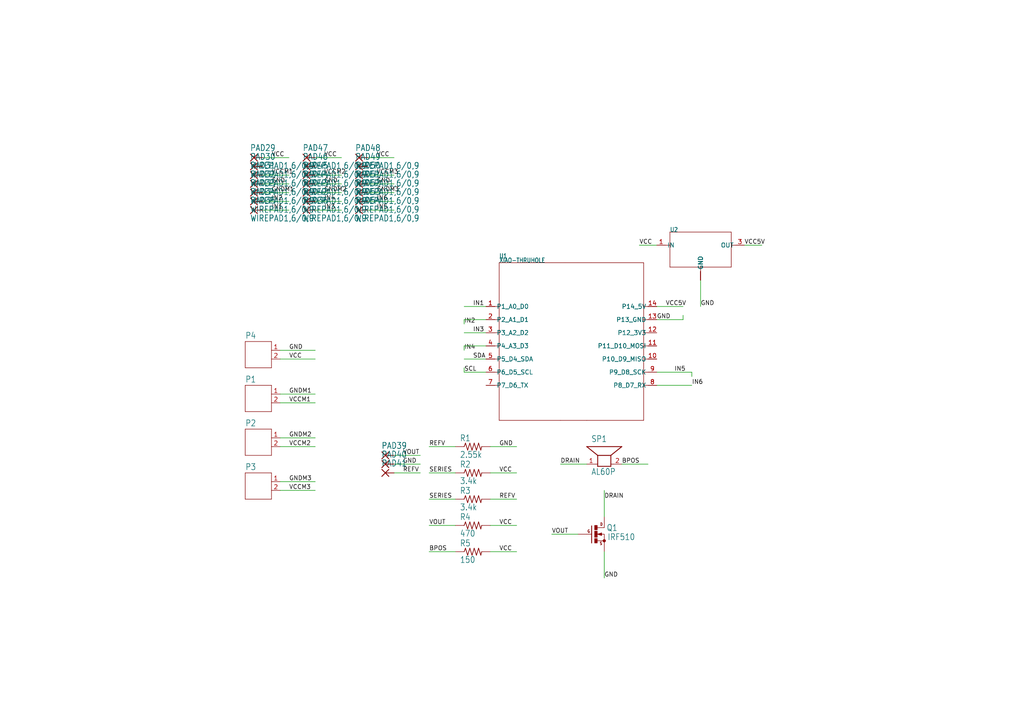
<source format=kicad_sch>
(kicad_sch (version 20230121) (generator eeschema)
  (paper "A4")
  (lib_symbols
    (symbol "brobot_v1-eagle-import:1,6/0,8"
      (property "Reference" "PAD" (at -1.143 1.8542 0))
      (symbol "1,6/0,8_1_0"
        (polyline (pts (xy -1.016 -1.016) (xy 1.016 1.016)) (stroke (width 0.254)))
        (polyline (pts (xy -1.016 1.016) (xy 1.016 -1.016)) (stroke (width 0.254)))
        (pin passive line (at 2.54 0 180) (length 2.54) (name "P") (number "1"))
      )
    )
    (symbol "brobot_v1-eagle-import:AL60P"
      (property "Reference" "SP" (at -3.81 6.35 0))
      (symbol "AL60P_1_0"
        (polyline (pts (xy -2.54 0) (xy -1.905 0)) (stroke (width 0.1524)))
        (polyline (pts (xy -1.905 -0.635) (xy -1.905 0)) (stroke (width 0.254)))
        (polyline (pts (xy -1.905 -0.635) (xy 1.905 -0.635)) (stroke (width 0.254)))
        (polyline (pts (xy -1.905 0) (xy -1.905 2.54)) (stroke (width 0.254)))
        (polyline (pts (xy -1.905 2.54) (xy -5.08 5.08)) (stroke (width 0.254)))
        (polyline (pts (xy 1.905 -0.635) (xy 1.905 0)) (stroke (width 0.254)))
        (polyline (pts (xy 1.905 0) (xy 1.905 2.54)) (stroke (width 0.254)))
        (polyline (pts (xy 1.905 2.54) (xy -1.905 2.54)) (stroke (width 0.254)))
        (polyline (pts (xy 1.905 2.54) (xy 5.08 5.08)) (stroke (width 0.254)))
        (polyline (pts (xy 2.54 0) (xy 1.905 0)) (stroke (width 0.1524)))
        (polyline (pts (xy 5.08 5.08) (xy -5.08 5.08)) (stroke (width 0.254)))
        (pin passive line (at -5.08 0 0) (length 2.54) (name "1") (number "1"))
        (pin passive line (at 5.08 0 180) (length 2.54) (name "2") (number "2"))
      )
    )
    (symbol "brobot_v1-eagle-import:IRF510"
      (property "Reference" "Q" (at 3.175 0.889 0))
      (symbol "IRF510_1_0"
        (rectangle (start -0.254 -2.54) (end 0.508 -1.27) (fill (type outline)))
        (rectangle (start -0.254 -0.889) (end 0.508 0.889) (fill (type outline)))
        (rectangle (start -0.254 1.27) (end 0.508 2.54) (fill (type outline)))
        (polyline (pts (xy -1.1176 0) (xy -2.54 0)) (stroke (width 0.1524)))
        (polyline (pts (xy -1.1176 0) (xy -1.1176 -2.54)) (stroke (width 0.254)))
        (polyline (pts (xy -1.1176 2.413) (xy -1.1176 0)) (stroke (width 0.254)))
        (polyline (pts (xy 0.508 -1.905) (xy 2.54 -1.905)) (stroke (width 0.1524)))
        (polyline (pts (xy 0.508 0) (xy 1.143 0)) (stroke (width 0.1524)))
        (polyline (pts (xy 0.508 0) (xy 1.778 0.381)) (stroke (width 0.1524)))
        (polyline (pts (xy 1.143 0) (xy 1.651 -0.127)) (stroke (width 0.3048)))
        (polyline (pts (xy 1.143 0) (xy 2.54 0)) (stroke (width 0.1524)))
        (polyline (pts (xy 1.651 0.127) (xy 1.143 0)) (stroke (width 0.3048)))
        (polyline (pts (xy 1.778 -0.381) (xy 0.508 0)) (stroke (width 0.1524)))
        (polyline (pts (xy 1.778 0.381) (xy 1.778 -0.381)) (stroke (width 0.1524)))
        (polyline (pts (xy 2.54 -1.905) (xy 2.54 -2.54)) (stroke (width 0.1524)))
        (polyline (pts (xy 2.54 0) (xy 2.54 -1.905)) (stroke (width 0.1524)))
        (polyline (pts (xy 2.54 1.905) (xy 0.5334 1.905)) (stroke (width 0.1524)))
        (polyline (pts (xy 2.54 2.54) (xy 2.54 1.905)) (stroke (width 0.1524)))
        (circle (center 2.54 -1.905) (radius 0.254) (stroke (width 0.4064)))
        (text "D" (at 1.27 2.413 0) (effects (font (size 0.8128 0.6908)) (justify left bottom)))
        (text "G" (at -2.413 0.381 0) (effects (font (size 0.8128 0.6908)) (justify left bottom)))
        (text "S" (at 1.143 -3.175 0) (effects (font (size 0.8128 0.6908)) (justify left bottom)))
        (pin passive line (at 2.54 -5.08 90) (length 2.54) (name "S") (number "1"))
        (pin passive line (at 2.54 5.08 270) (length 2.54) (name "D") (number "2"))
        (pin passive line (at -5.08 0 0) (length 2.54) (name "G") (number "3"))
      )
    )
    (symbol "brobot_v1-eagle-import:JST-PH2"
      (property "Reference" "P" (at -2.54 3.302 0))
      (symbol "JST-PH2_1_0"
        (polyline (pts (xy -2.54 -5.08) (xy 5.08 -5.08)) (stroke (width 0.1524)))
        (polyline (pts (xy -2.54 2.54) (xy -2.54 -5.08)) (stroke (width 0.1524)))
        (polyline (pts (xy 5.08 -5.08) (xy 5.08 2.54)) (stroke (width 0.1524)))
        (polyline (pts (xy 5.08 2.54) (xy -2.54 2.54)) (stroke (width 0.1524)))
        (pin passive line (at 7.62 0 180) (length 2.54) (name "1") (number "1"))
        (pin passive line (at 7.62 -2.54 180) (length 2.54) (name "2") (number "2"))
      )
    )
    (symbol "brobot_v1-eagle-import:PMIC-ST-L7805CV(TO-220)"
      (property "Reference" "U" (at -8.89 6.35 0))
      (symbol "PMIC-ST-L7805CV(TO-220)_1_0"
        (polyline (pts (xy -10.16 2.54) (xy -8.89 2.54)) (stroke (width 0.1524)))
        (polyline (pts (xy -8.89 -3.81) (xy -8.89 2.54)) (stroke (width 0.1524)))
        (polyline (pts (xy -8.89 2.54) (xy -8.89 6.35)) (stroke (width 0.1524)))
        (polyline (pts (xy -8.89 6.35) (xy 8.89 6.35)) (stroke (width 0.1524)))
        (polyline (pts (xy 0 -5.08) (xy 0 -3.81)) (stroke (width 0.1524)))
        (polyline (pts (xy 0 -3.81) (xy -8.89 -3.81)) (stroke (width 0.1524)))
        (polyline (pts (xy 8.89 -3.81) (xy 0 -3.81)) (stroke (width 0.1524)))
        (polyline (pts (xy 8.89 2.54) (xy 8.89 -3.81)) (stroke (width 0.1524)))
        (polyline (pts (xy 8.89 6.35) (xy 8.89 2.54)) (stroke (width 0.1524)))
        (polyline (pts (xy 10.16 2.54) (xy 8.89 2.54)) (stroke (width 0.1524)))
        (pin bidirectional line (at -12.7 2.54 0) (length 2.54) (name "IN") (number "1"))
        (pin bidirectional line (at 0 -7.62 90) (length 2.54) (name "GND") (number "2"))
        (pin bidirectional line (at 12.7 2.54 180) (length 2.54) (name "OUT") (number "3"))
        (pin bidirectional line (at 0 -7.62 90) (length 2.54) (name "GND") (number "HEAT"))
      )
    )
    (symbol "brobot_v1-eagle-import:R-US_0204/7"
      (property "Reference" "R" (at -3.81 1.4986 0))
      (symbol "R-US_0204/7_1_0"
        (polyline (pts (xy -2.54 0) (xy -2.159 1.016)) (stroke (width 0.2032)))
        (polyline (pts (xy -2.159 1.016) (xy -1.524 -1.016)) (stroke (width 0.2032)))
        (polyline (pts (xy -1.524 -1.016) (xy -0.889 1.016)) (stroke (width 0.2032)))
        (polyline (pts (xy -0.889 1.016) (xy -0.254 -1.016)) (stroke (width 0.2032)))
        (polyline (pts (xy -0.254 -1.016) (xy 0.381 1.016)) (stroke (width 0.2032)))
        (polyline (pts (xy 0.381 1.016) (xy 1.016 -1.016)) (stroke (width 0.2032)))
        (polyline (pts (xy 1.016 -1.016) (xy 1.651 1.016)) (stroke (width 0.2032)))
        (polyline (pts (xy 1.651 1.016) (xy 2.286 -1.016)) (stroke (width 0.2032)))
        (polyline (pts (xy 2.286 -1.016) (xy 2.54 0)) (stroke (width 0.2032)))
        (pin passive line (at -5.08 0 0) (length 2.54) (name "1") (number "1"))
        (pin passive line (at 5.08 0 180) (length 2.54) (name "2") (number "2"))
      )
    )
    (symbol "brobot_v1-eagle-import:WIREPAD1,6/0,9"
      (property "Reference" "PAD" (at -1.143 1.8542 0))
      (symbol "WIREPAD1,6/0,9_1_0"
        (polyline (pts (xy -1.016 -1.016) (xy 1.016 1.016)) (stroke (width 0.254)))
        (polyline (pts (xy -1.016 1.016) (xy 1.016 -1.016)) (stroke (width 0.254)))
        (pin passive line (at 2.54 0 180) (length 2.54) (name "P") (number "1"))
      )
    )
    (symbol "brobot_v1-eagle-import:XIAO-THRUHOLE"
      (property "Reference" "U" (at -20.32 24.13 0))
      (symbol "XIAO-THRUHOLE_1_0"
        (polyline (pts (xy -20.32 -22.86) (xy -2.54 -22.86)) (stroke (width 0.1524)))
        (polyline (pts (xy -20.32 -12.7) (xy -21.59 -12.7)) (stroke (width 0.1524)))
        (polyline (pts (xy -20.32 -12.7) (xy -20.32 -22.86)) (stroke (width 0.1524)))
        (polyline (pts (xy -20.32 -8.89) (xy -21.59 -8.89)) (stroke (width 0.1524)))
        (polyline (pts (xy -20.32 -5.08) (xy -21.59 -5.08)) (stroke (width 0.1524)))
        (polyline (pts (xy -20.32 -1.27) (xy -21.59 -1.27)) (stroke (width 0.1524)))
        (polyline (pts (xy -20.32 2.54) (xy -21.59 2.54)) (stroke (width 0.1524)))
        (polyline (pts (xy -20.32 2.54) (xy -20.32 -12.7)) (stroke (width 0.1524)))
        (polyline (pts (xy -20.32 6.35) (xy -21.59 6.35)) (stroke (width 0.1524)))
        (polyline (pts (xy -20.32 6.35) (xy -20.32 2.54)) (stroke (width 0.1524)))
        (polyline (pts (xy -20.32 10.16) (xy -21.59 10.16)) (stroke (width 0.1524)))
        (polyline (pts (xy -20.32 10.16) (xy -20.32 6.35)) (stroke (width 0.1524)))
        (polyline (pts (xy -20.32 22.86) (xy -20.32 10.16)) (stroke (width 0.1524)))
        (polyline (pts (xy -5.08 22.86) (xy -20.32 22.86)) (stroke (width 0.1524)))
        (polyline (pts (xy -2.54 -22.86) (xy 5.08 -22.86)) (stroke (width 0.1524)))
        (polyline (pts (xy -1.27 22.86) (xy -5.08 22.86)) (stroke (width 0.1524)))
        (polyline (pts (xy 2.54 22.86) (xy -1.27 22.86)) (stroke (width 0.1524)))
        (polyline (pts (xy 5.08 -22.86) (xy 21.59 -22.86)) (stroke (width 0.1524)))
        (polyline (pts (xy 6.35 22.86) (xy 2.54 22.86)) (stroke (width 0.1524)))
        (polyline (pts (xy 21.59 -22.86) (xy 21.59 22.86)) (stroke (width 0.1524)))
        (polyline (pts (xy 21.59 22.86) (xy 6.35 22.86)) (stroke (width 0.1524)))
        (polyline (pts (xy 22.86 -12.7) (xy 21.59 -12.7)) (stroke (width 0.1524)))
        (polyline (pts (xy 22.86 -8.89) (xy 21.59 -8.89)) (stroke (width 0.1524)))
        (polyline (pts (xy 22.86 -5.08) (xy 21.59 -5.08)) (stroke (width 0.1524)))
        (polyline (pts (xy 22.86 -1.27) (xy 21.59 -1.27)) (stroke (width 0.1524)))
        (polyline (pts (xy 22.86 2.54) (xy 21.59 2.54)) (stroke (width 0.1524)))
        (polyline (pts (xy 22.86 6.35) (xy 21.59 6.35)) (stroke (width 0.1524)))
        (polyline (pts (xy 22.86 10.16) (xy 21.59 10.16)) (stroke (width 0.1524)))
        (pin bidirectional line (at -24.13 10.16 0) (length 2.54) (name "P1_A0_D0") (number "1"))
        (pin bidirectional line (at 25.4 -5.08 180) (length 2.54) (name "P10_D9_MISO") (number "10"))
        (pin bidirectional line (at 25.4 -1.27 180) (length 2.54) (name "P11_D10_MOSI") (number "11"))
        (pin bidirectional line (at 25.4 2.54 180) (length 2.54) (name "P12_3V3") (number "12"))
        (pin bidirectional line (at 25.4 6.35 180) (length 2.54) (name "P13_GND") (number "13"))
        (pin bidirectional line (at 25.4 10.16 180) (length 2.54) (name "P14_5V") (number "14"))
        (pin bidirectional line (at -24.13 6.35 0) (length 2.54) (name "P2_A1_D1") (number "2"))
        (pin bidirectional line (at -24.13 2.54 0) (length 2.54) (name "P3_A2_D2") (number "3"))
        (pin bidirectional line (at -24.13 -1.27 0) (length 2.54) (name "P4_A3_D3") (number "4"))
        (pin bidirectional line (at -24.13 -5.08 0) (length 2.54) (name "P5_D4_SDA") (number "5"))
        (pin bidirectional line (at -24.13 -8.89 0) (length 2.54) (name "P6_D5_SCL") (number "6"))
        (pin bidirectional line (at -24.13 -12.7 0) (length 2.54) (name "P7_D6_TX") (number "7"))
        (pin bidirectional line (at 25.4 -12.7 180) (length 2.54) (name "P8_D7_RX") (number "8"))
        (pin bidirectional line (at 25.4 -8.89 180) (length 2.54) (name "P9_D8_SCK") (number "9"))
      )
    )
  )
  (wire (pts (xy 76.2 45.72) (xy 83.82 45.72)) (stroke (width 0.1524)))
  (wire (pts (xy 142.24 137.16) (xy 149.86 137.16)) (stroke (width 0.1524)))
  (wire (pts (xy 114.3 132.08) (xy 121.92 132.08)) (stroke (width 0.1524)))
  (wire (pts (xy 142.24 144.78) (xy 149.86 144.78)) (stroke (width 0.1524)))
  (wire (pts (xy 81.28 139.7) (xy 91.44 139.7)) (stroke (width 0.1524)))
  (wire (pts (xy 81.28 142.24) (xy 91.44 142.24)) (stroke (width 0.1524)))
  (wire (pts (xy 91.44 50.8) (xy 99.06 50.8)) (stroke (width 0.1524)))
  (wire (pts (xy 140.97 104.14) (xy 134.62 104.14)) (stroke (width 0.1524)))
  (wire (pts (xy 81.28 104.14) (xy 91.44 104.14)) (stroke (width 0.1524)))
  (wire (pts (xy 215.9 71.12) (xy 220.98 71.12)) (stroke (width 0.1524)))
  (wire (pts (xy 203.2 81.28) (xy 203.2 88.9)) (stroke (width 0.1524)))
  (wire (pts (xy 91.44 45.72) (xy 99.06 45.72)) (stroke (width 0.1524)))
  (wire (pts (xy 76.2 58.42) (xy 83.82 58.42)) (stroke (width 0.1524)))
  (wire (pts (xy 91.44 55.88) (xy 99.06 55.88)) (stroke (width 0.1524)))
  (wire (pts (xy 190.5 107.95) (xy 200.66 107.95)) (stroke (width 0.1524)))
  (wire (pts (xy 76.2 55.88) (xy 83.82 55.88)) (stroke (width 0.1524)))
  (wire (pts (xy 106.68 60.96) (xy 114.3 60.96)) (stroke (width 0.1524)))
  (wire (pts (xy 76.2 50.8) (xy 83.82 50.8)) (stroke (width 0.1524)))
  (wire (pts (xy 142.24 129.54) (xy 149.86 129.54)) (stroke (width 0.1524)))
  (wire (pts (xy 175.26 160.02) (xy 175.26 167.64)) (stroke (width 0.1524)))
  (wire (pts (xy 140.97 107.95) (xy 134.62 107.95)) (stroke (width 0.1524)))
  (wire (pts (xy 91.44 58.42) (xy 99.06 58.42)) (stroke (width 0.1524)))
  (wire (pts (xy 200.66 107.95) (xy 200.66 109.22)) (stroke (width 0.1524)))
  (wire (pts (xy 76.2 53.34) (xy 83.82 53.34)) (stroke (width 0.1524)))
  (wire (pts (xy 140.97 100.33) (xy 134.62 100.33)) (stroke (width 0.1524)))
  (wire (pts (xy 114.3 134.62) (xy 121.92 134.62)) (stroke (width 0.1524)))
  (wire (pts (xy 132.08 129.54) (xy 124.46 129.54)) (stroke (width 0.1524)))
  (wire (pts (xy 134.62 100.33) (xy 134.62 101.6)) (stroke (width 0.1524)))
  (wire (pts (xy 132.08 152.4) (xy 124.46 152.4)) (stroke (width 0.1524)))
  (wire (pts (xy 91.44 60.96) (xy 99.06 60.96)) (stroke (width 0.1524)))
  (wire (pts (xy 180.34 134.62) (xy 187.96 134.62)) (stroke (width 0.1524)))
  (wire (pts (xy 140.97 96.52) (xy 134.62 96.52)) (stroke (width 0.1524)))
  (wire (pts (xy 81.28 129.54) (xy 91.44 129.54)) (stroke (width 0.1524)))
  (wire (pts (xy 134.62 92.71) (xy 134.62 93.98)) (stroke (width 0.1524)))
  (wire (pts (xy 170.18 134.62) (xy 162.56 134.62)) (stroke (width 0.1524)))
  (wire (pts (xy 81.28 101.6) (xy 91.44 101.6)) (stroke (width 0.1524)))
  (wire (pts (xy 190.5 92.71) (xy 198.12 92.71)) (stroke (width 0.1524)))
  (wire (pts (xy 175.26 149.86) (xy 175.26 142.24)) (stroke (width 0.1524)))
  (wire (pts (xy 132.08 144.78) (xy 124.46 144.78)) (stroke (width 0.1524)))
  (wire (pts (xy 106.68 55.88) (xy 114.3 55.88)) (stroke (width 0.1524)))
  (wire (pts (xy 142.24 160.02) (xy 149.86 160.02)) (stroke (width 0.1524)))
  (wire (pts (xy 106.68 50.8) (xy 114.3 50.8)) (stroke (width 0.1524)))
  (wire (pts (xy 134.62 88.9) (xy 140.97 88.9)) (stroke (width 0.1524)))
  (wire (pts (xy 198.12 92.71) (xy 198.12 91.44)) (stroke (width 0.1524)))
  (wire (pts (xy 167.64 154.94) (xy 160.02 154.94)) (stroke (width 0.1524)))
  (wire (pts (xy 106.68 45.72) (xy 114.3 45.72)) (stroke (width 0.1524)))
  (wire (pts (xy 190.5 88.9) (xy 198.12 88.9)) (stroke (width 0.1524)))
  (wire (pts (xy 76.2 60.96) (xy 83.82 60.96)) (stroke (width 0.1524)))
  (wire (pts (xy 190.5 71.12) (xy 185.42 71.12)) (stroke (width 0.1524)))
  (wire (pts (xy 140.97 92.71) (xy 134.62 92.71)) (stroke (width 0.1524)))
  (wire (pts (xy 81.28 116.84) (xy 91.44 116.84)) (stroke (width 0.1524)))
  (wire (pts (xy 132.08 160.02) (xy 124.46 160.02)) (stroke (width 0.1524)))
  (wire (pts (xy 81.28 127) (xy 91.44 127)) (stroke (width 0.1524)))
  (wire (pts (xy 106.68 53.34) (xy 114.3 53.34)) (stroke (width 0.1524)))
  (wire (pts (xy 142.24 152.4) (xy 149.86 152.4)) (stroke (width 0.1524)))
  (wire (pts (xy 81.28 114.3) (xy 91.44 114.3)) (stroke (width 0.1524)))
  (wire (pts (xy 114.3 137.16) (xy 121.92 137.16)) (stroke (width 0.1524)))
  (wire (pts (xy 132.08 137.16) (xy 124.46 137.16)) (stroke (width 0.1524)))
  (wire (pts (xy 106.68 58.42) (xy 114.3 58.42)) (stroke (width 0.1524)))
  (wire (pts (xy 190.5 111.76) (xy 200.66 111.76)) (stroke (width 0.1524)))
  (wire (pts (xy 91.44 53.34) (xy 99.06 53.34)) (stroke (width 0.1524)))
  (wire (pts (xy 134.62 107.95) (xy 134.62 106.68)) (stroke (width 0.1524)))
  (label "VCCM2" (at 83.82 129.54 0) (effects (font (size 1.2446 1.2446))))
  (label "VCC" (at 109.22 45.72 0) (effects (font (size 1.2446 1.2446))))
  (label "VCC5V" (at 193.04 88.9 0) (effects (font (size 1.2446 1.2446))))
  (label "IN6" (at 109.22 58.42 0) (effects (font (size 1.2446 1.2446))))
  (label "VCC" (at 83.82 104.14 0) (effects (font (size 1.2446 1.2446))))
  (label "VOUT" (at 116.84 132.08 0) (effects (font (size 1.2446 1.2446))))
  (label "VCCM3" (at 83.82 142.24 0) (effects (font (size 1.2446 1.2446))))
  (label "GND" (at 190.5 92.71 0) (effects (font (size 1.2446 1.2446))))
  (label "BPOS" (at 180.34 134.62 0) (effects (font (size 1.2446 1.2446))))
  (label "BPOS" (at 124.46 160.02 0) (effects (font (size 1.2446 1.2446))))
  (label "GND" (at 93.98 53.34 0) (effects (font (size 1.2446 1.2446))))
  (label "SERIES" (at 124.46 144.78 0) (effects (font (size 1.2446 1.2446))))
  (label "IN1" (at 137.16 88.9 0) (effects (font (size 1.2446 1.2446))))
  (label "GNDM1" (at 78.74 55.88 0) (effects (font (size 1.2446 1.2446))))
  (label "REFV" (at 116.84 137.16 0) (effects (font (size 1.2446 1.2446))))
  (label "IN2" (at 134.62 93.98 0) (effects (font (size 1.2446 1.2446))))
  (label "GNDM2" (at 83.82 127 0) (effects (font (size 1.2446 1.2446))))
  (label "IN5" (at 195.58 107.95 0) (effects (font (size 1.2446 1.2446))))
  (label "DRAIN" (at 162.56 134.62 0) (effects (font (size 1.2446 1.2446))))
  (label "VCCM1" (at 83.82 116.84 0) (effects (font (size 1.2446 1.2446))))
  (label "VCC" (at 78.74 45.72 0) (effects (font (size 1.2446 1.2446))))
  (label "GND" (at 144.78 129.54 0) (effects (font (size 1.2446 1.2446))))
  (label "VCC" (at 144.78 160.02 0) (effects (font (size 1.2446 1.2446))))
  (label "REFV" (at 124.46 129.54 0) (effects (font (size 1.2446 1.2446))))
  (label "VOUT" (at 160.02 154.94 0) (effects (font (size 1.2446 1.2446))))
  (label "SDA" (at 137.16 104.14 0) (effects (font (size 1.2446 1.2446))))
  (label "GND" (at 203.2 88.9 0) (effects (font (size 1.2446 1.2446))))
  (label "VCC" (at 144.78 137.16 0) (effects (font (size 1.2446 1.2446))))
  (label "IN4" (at 134.62 101.6 0) (effects (font (size 1.2446 1.2446))))
  (label "GNDM3" (at 83.82 139.7 0) (effects (font (size 1.2446 1.2446))))
  (label "GND" (at 78.74 53.34 0) (effects (font (size 1.2446 1.2446))))
  (label "IN1" (at 78.74 60.96 0) (effects (font (size 1.2446 1.2446))))
  (label "GND" (at 83.82 101.6 0) (effects (font (size 1.2446 1.2446))))
  (label "SCL" (at 134.62 107.95 0) (effects (font (size 1.2446 1.2446))))
  (label "SERIES" (at 124.46 137.16 0) (effects (font (size 1.2446 1.2446))))
  (label "GNDM1" (at 83.82 114.3 0) (effects (font (size 1.2446 1.2446))))
  (label "IN6" (at 200.66 111.76 0) (effects (font (size 1.2446 1.2446))))
  (label "VCCM2" (at 93.98 50.8 0) (effects (font (size 1.2446 1.2446))))
  (label "IN2" (at 78.74 58.42 0) (effects (font (size 1.2446 1.2446))))
  (label "IN3" (at 93.98 60.96 0) (effects (font (size 1.2446 1.2446))))
  (label "GND" (at 109.22 53.34 0) (effects (font (size 1.2446 1.2446))))
  (label "GND" (at 175.26 167.64 0) (effects (font (size 1.2446 1.2446))))
  (label "GNDM2" (at 93.98 55.88 0) (effects (font (size 1.2446 1.2446))))
  (label "VCC" (at 185.42 71.12 0) (effects (font (size 1.2446 1.2446))))
  (label "DRAIN" (at 175.26 144.78 0) (effects (font (size 1.2446 1.2446))))
  (label "VCC5V" (at 215.9 71.12 0) (effects (font (size 1.2446 1.2446))))
  (label "GNDM3" (at 109.22 55.88 0) (effects (font (size 1.2446 1.2446))))
  (label "VCC" (at 144.78 152.4 0) (effects (font (size 1.2446 1.2446))))
  (label "IN5" (at 109.22 60.96 0) (effects (font (size 1.2446 1.2446))))
  (label "IN3" (at 137.16 96.52 0) (effects (font (size 1.2446 1.2446))))
  (label "IN4" (at 93.98 58.42 0) (effects (font (size 1.2446 1.2446))))
  (label "GND" (at 116.84 134.62 0) (effects (font (size 1.2446 1.2446))))
  (label "VOUT" (at 124.46 152.4 0) (effects (font (size 1.2446 1.2446))))
  (label "VCC" (at 93.98 45.72 0) (effects (font (size 1.2446 1.2446))))
  (label "REFV" (at 144.78 144.78 0) (effects (font (size 1.2446 1.2446))))
  (label "VCCM3" (at 109.22 50.8 0) (effects (font (size 1.2446 1.2446))))
  (label "VCCM1" (at 78.74 50.8 0) (effects (font (size 1.2446 1.2446))))
  (symbol (lib_id "brobot_v1-eagle-import:WIREPAD1,6/0,9") (at 73.66 53.34 0) (unit 1)
    (property "Reference" "PAD32" (at 72.517 51.4858 0) (effects (font (size 1.778 1.5113)) (justify left bottom)))
    (property "Value" "WIREPAD1,6/0,9" (at 72.517 56.642 0) (effects (font (size 1.778 1.5113)) (justify left bottom)))
    (property "Footprint" "brobot_v1:1,6_0,9" (effects hide))
  )
  (symbol (lib_id "brobot_v1-eagle-import:1,6/0,8") (at 111.76 137.16 0) (unit 1)
    (property "Reference" "PAD41" (at 110.617 135.3058 0) (effects (font (size 1.778 1.5113)) (justify left bottom)))
    (property "Value" "1,6/0,8" (effects hide))
    (property "Footprint" "brobot_v1:1,6_0,8" (effects hide))
  )
  (symbol (lib_id "brobot_v1-eagle-import:WIREPAD1,6/0,9") (at 88.9 55.88 0) (unit 1)
    (property "Reference" "PAD43" (at 87.757 54.0258 0) (effects (font (size 1.778 1.5113)) (justify left bottom)))
    (property "Value" "WIREPAD1,6/0,9" (at 87.757 59.182 0) (effects (font (size 1.778 1.5113)) (justify left bottom)))
    (property "Footprint" "brobot_v1:1,6_0,9" (effects hide))
  )
  (symbol (lib_id "brobot_v1-eagle-import:WIREPAD1,6/0,9") (at 104.14 53.34 0) (unit 1)
    (property "Reference" "PAD51" (at 102.997 51.4858 0) (effects (font (size 1.778 1.5113)) (justify left bottom)))
    (property "Value" "WIREPAD1,6/0,9" (at 102.997 56.642 0) (effects (font (size 1.778 1.5113)) (justify left bottom)))
    (property "Footprint" "brobot_v1:1,6_0,9" (effects hide))
  )
  (symbol (lib_id "brobot_v1-eagle-import:WIREPAD1,6/0,9") (at 73.66 50.8 0) (unit 1)
    (property "Reference" "PAD31" (at 72.517 48.9458 0) (effects (font (size 1.778 1.5113)) (justify left bottom)))
    (property "Value" "WIREPAD1,6/0,9" (at 72.517 54.102 0) (effects (font (size 1.778 1.5113)) (justify left bottom)))
    (property "Footprint" "brobot_v1:1,6_0,9" (effects hide))
  )
  (symbol (lib_id "brobot_v1-eagle-import:WIREPAD1,6/0,9") (at 88.9 53.34 0) (unit 1)
    (property "Reference" "PAD44" (at 87.757 51.4858 0) (effects (font (size 1.778 1.5113)) (justify left bottom)))
    (property "Value" "WIREPAD1,6/0,9" (at 87.757 56.642 0) (effects (font (size 1.778 1.5113)) (justify left bottom)))
    (property "Footprint" "brobot_v1:1,6_0,9" (effects hide))
  )
  (symbol (lib_id "brobot_v1-eagle-import:JST-PH2") (at 73.66 139.7 0) (unit 1)
    (property "Reference" "P3" (at 71.12 136.398 0) (effects (font (size 1.778 1.5113)) (justify left bottom)))
    (property "Value" "JST-PH2" (effects hide))
    (property "Footprint" "brobot_v1:JST-PH2" (effects hide))
  )
  (symbol (lib_id "brobot_v1-eagle-import:R-US_0204/7") (at 137.16 129.54 0) (unit 1)
    (property "Reference" "R1" (at 133.35 128.0414 0) (effects (font (size 1.778 1.5113)) (justify left bottom)))
    (property "Value" "2.55k" (at 133.35 132.842 0) (effects (font (size 1.778 1.5113)) (justify left bottom)))
    (property "Footprint" "brobot_v1:0204_7" (effects hide))
  )
  (symbol (lib_id "brobot_v1-eagle-import:WIREPAD1,6/0,9") (at 104.14 50.8 0) (unit 1)
    (property "Reference" "PAD50" (at 102.997 48.9458 0) (effects (font (size 1.778 1.5113)) (justify left bottom)))
    (property "Value" "WIREPAD1,6/0,9" (at 102.997 54.102 0) (effects (font (size 1.778 1.5113)) (justify left bottom)))
    (property "Footprint" "brobot_v1:1,6_0,9" (effects hide))
  )
  (symbol (lib_id "brobot_v1-eagle-import:R-US_0204/7") (at 137.16 137.16 0) (unit 1)
    (property "Reference" "R2" (at 133.35 135.6614 0) (effects (font (size 1.778 1.5113)) (justify left bottom)))
    (property "Value" "3.4k" (at 133.35 140.462 0) (effects (font (size 1.778 1.5113)) (justify left bottom)))
    (property "Footprint" "brobot_v1:0204_7" (effects hide))
  )
  (symbol (lib_id "brobot_v1-eagle-import:1,6/0,8") (at 111.76 132.08 0) (unit 1)
    (property "Reference" "PAD39" (at 110.617 130.2258 0) (effects (font (size 1.778 1.5113)) (justify left bottom)))
    (property "Value" "1,6/0,8" (effects hide))
    (property "Footprint" "brobot_v1:1,6_0,8" (effects hide))
  )
  (symbol (lib_id "brobot_v1-eagle-import:WIREPAD1,6/0,9") (at 73.66 48.26 0) (unit 1)
    (property "Reference" "PAD30" (at 72.517 46.4058 0) (effects (font (size 1.778 1.5113)) (justify left bottom)))
    (property "Value" "WIREPAD1,6/0,9" (at 72.517 51.562 0) (effects (font (size 1.778 1.5113)) (justify left bottom)))
    (property "Footprint" "brobot_v1:1,6_0,9" (effects hide))
  )
  (symbol (lib_id "brobot_v1-eagle-import:PMIC-ST-L7805CV(TO-220)") (at 203.2 73.66 0) (unit 1)
    (property "Reference" "U2" (at 194.31 67.31 0) (effects (font (size 1.27 1.0795)) (justify left bottom)))
    (property "Value" "PMIC-ST-L7805CV(TO-220)" (effects hide))
    (property "Footprint" "brobot_v1:TO-220" (effects hide))
  )
  (symbol (lib_id "brobot_v1-eagle-import:WIREPAD1,6/0,9") (at 104.14 48.26 0) (unit 1)
    (property "Reference" "PAD49" (at 102.997 46.4058 0) (effects (font (size 1.778 1.5113)) (justify left bottom)))
    (property "Value" "WIREPAD1,6/0,9" (at 102.997 51.562 0) (effects (font (size 1.778 1.5113)) (justify left bottom)))
    (property "Footprint" "brobot_v1:1,6_0,9" (effects hide))
  )
  (symbol (lib_id "brobot_v1-eagle-import:WIREPAD1,6/0,9") (at 104.14 58.42 0) (unit 1)
    (property "Reference" "PAD53" (at 102.997 56.5658 0) (effects (font (size 1.778 1.5113)) (justify left bottom)))
    (property "Value" "WIREPAD1,6/0,9" (at 102.997 61.722 0) (effects (font (size 1.778 1.5113)) (justify left bottom)))
    (property "Footprint" "brobot_v1:1,6_0,9" (effects hide))
  )
  (symbol (lib_id "brobot_v1-eagle-import:WIREPAD1,6/0,9") (at 104.14 45.72 0) (unit 1)
    (property "Reference" "PAD48" (at 102.997 43.8658 0) (effects (font (size 1.778 1.5113)) (justify left bottom)))
    (property "Value" "WIREPAD1,6/0,9" (at 102.997 49.022 0) (effects (font (size 1.778 1.5113)) (justify left bottom)))
    (property "Footprint" "brobot_v1:1,6_0,9" (effects hide))
  )
  (symbol (lib_id "brobot_v1-eagle-import:R-US_0204/7") (at 137.16 144.78 0) (unit 1)
    (property "Reference" "R3" (at 133.35 143.2814 0) (effects (font (size 1.778 1.5113)) (justify left bottom)))
    (property "Value" "3.4k" (at 133.35 148.082 0) (effects (font (size 1.778 1.5113)) (justify left bottom)))
    (property "Footprint" "brobot_v1:0204_7" (effects hide))
  )
  (symbol (lib_id "brobot_v1-eagle-import:R-US_0204/7") (at 137.16 152.4 0) (unit 1)
    (property "Reference" "R4" (at 133.35 150.9014 0) (effects (font (size 1.778 1.5113)) (justify left bottom)))
    (property "Value" "470" (at 133.35 155.702 0) (effects (font (size 1.778 1.5113)) (justify left bottom)))
    (property "Footprint" "brobot_v1:0204_7" (effects hide))
  )
  (symbol (lib_id "brobot_v1-eagle-import:WIREPAD1,6/0,9") (at 73.66 58.42 0) (unit 1)
    (property "Reference" "PAD34" (at 72.517 56.5658 0) (effects (font (size 1.778 1.5113)) (justify left bottom)))
    (property "Value" "WIREPAD1,6/0,9" (at 72.517 61.722 0) (effects (font (size 1.778 1.5113)) (justify left bottom)))
    (property "Footprint" "brobot_v1:1,6_0,9" (effects hide))
  )
  (symbol (lib_id "brobot_v1-eagle-import:JST-PH2") (at 73.66 127 0) (unit 1)
    (property "Reference" "P2" (at 71.12 123.698 0) (effects (font (size 1.778 1.5113)) (justify left bottom)))
    (property "Value" "JST-PH2" (effects hide))
    (property "Footprint" "brobot_v1:JST-PH2" (effects hide))
  )
  (symbol (lib_id "brobot_v1-eagle-import:R-US_0204/7") (at 137.16 160.02 0) (unit 1)
    (property "Reference" "R5" (at 133.35 158.5214 0) (effects (font (size 1.778 1.5113)) (justify left bottom)))
    (property "Value" "150" (at 133.35 163.322 0) (effects (font (size 1.778 1.5113)) (justify left bottom)))
    (property "Footprint" "brobot_v1:0204_7" (effects hide))
  )
  (symbol (lib_id "brobot_v1-eagle-import:WIREPAD1,6/0,9") (at 73.66 55.88 0) (unit 1)
    (property "Reference" "PAD33" (at 72.517 54.0258 0) (effects (font (size 1.778 1.5113)) (justify left bottom)))
    (property "Value" "WIREPAD1,6/0,9" (at 72.517 59.182 0) (effects (font (size 1.778 1.5113)) (justify left bottom)))
    (property "Footprint" "brobot_v1:1,6_0,9" (effects hide))
  )
  (symbol (lib_id "brobot_v1-eagle-import:WIREPAD1,6/0,9") (at 88.9 48.26 0) (unit 1)
    (property "Reference" "PAD46" (at 87.757 46.4058 0) (effects (font (size 1.778 1.5113)) (justify left bottom)))
    (property "Value" "WIREPAD1,6/0,9" (at 87.757 51.562 0) (effects (font (size 1.778 1.5113)) (justify left bottom)))
    (property "Footprint" "brobot_v1:1,6_0,9" (effects hide))
  )
  (symbol (lib_id "brobot_v1-eagle-import:WIREPAD1,6/0,9") (at 88.9 45.72 0) (unit 1)
    (property "Reference" "PAD47" (at 87.757 43.8658 0) (effects (font (size 1.778 1.5113)) (justify left bottom)))
    (property "Value" "WIREPAD1,6/0,9" (at 87.757 49.022 0) (effects (font (size 1.778 1.5113)) (justify left bottom)))
    (property "Footprint" "brobot_v1:1,6_0,9" (effects hide))
  )
  (symbol (lib_id "brobot_v1-eagle-import:IRF510") (at 172.72 154.94 0) (unit 1)
    (property "Reference" "Q1" (at 175.895 154.051 0) (effects (font (size 1.778 1.5113)) (justify left bottom)))
    (property "Value" "IRF510" (at 176.149 156.718 0) (effects (font (size 1.778 1.5113)) (justify left bottom)))
    (property "Footprint" "brobot_v1:TO220_ALT" (effects hide))
  )
  (symbol (lib_id "brobot_v1-eagle-import:JST-PH2") (at 73.66 101.6 0) (unit 1)
    (property "Reference" "P4" (at 71.12 98.298 0) (effects (font (size 1.778 1.5113)) (justify left bottom)))
    (property "Value" "JST-PH2" (effects hide))
    (property "Footprint" "brobot_v1:JST-PH2" (effects hide))
  )
  (symbol (lib_id "brobot_v1-eagle-import:WIREPAD1,6/0,9") (at 73.66 45.72 0) (unit 1)
    (property "Reference" "PAD29" (at 72.517 43.8658 0) (effects (font (size 1.778 1.5113)) (justify left bottom)))
    (property "Value" "WIREPAD1,6/0,9" (at 72.517 49.022 0) (effects (font (size 1.778 1.5113)) (justify left bottom)))
    (property "Footprint" "brobot_v1:1,6_0,9" (effects hide))
  )
  (symbol (lib_id "brobot_v1-eagle-import:WIREPAD1,6/0,9") (at 73.66 60.96 0) (unit 1)
    (property "Reference" "PAD35" (at 72.517 59.1058 0) (effects (font (size 1.778 1.5113)) (justify left bottom)))
    (property "Value" "WIREPAD1,6/0,9" (at 72.517 64.262 0) (effects (font (size 1.778 1.5113)) (justify left bottom)))
    (property "Footprint" "brobot_v1:1,6_0,9" (effects hide))
  )
  (symbol (lib_id "brobot_v1-eagle-import:WIREPAD1,6/0,9") (at 104.14 55.88 0) (unit 1)
    (property "Reference" "PAD52" (at 102.997 54.0258 0) (effects (font (size 1.778 1.5113)) (justify left bottom)))
    (property "Value" "WIREPAD1,6/0,9" (at 102.997 59.182 0) (effects (font (size 1.778 1.5113)) (justify left bottom)))
    (property "Footprint" "brobot_v1:1,6_0,9" (effects hide))
  )
  (symbol (lib_id "brobot_v1-eagle-import:WIREPAD1,6/0,9") (at 104.14 60.96 0) (unit 1)
    (property "Reference" "PAD54" (at 102.997 59.1058 0) (effects (font (size 1.778 1.5113)) (justify left bottom)))
    (property "Value" "WIREPAD1,6/0,9" (at 102.997 64.262 0) (effects (font (size 1.778 1.5113)) (justify left bottom)))
    (property "Footprint" "brobot_v1:1,6_0,9" (effects hide))
  )
  (symbol (lib_id "brobot_v1-eagle-import:WIREPAD1,6/0,9") (at 88.9 50.8 0) (unit 1)
    (property "Reference" "PAD45" (at 87.757 48.9458 0) (effects (font (size 1.778 1.5113)) (justify left bottom)))
    (property "Value" "WIREPAD1,6/0,9" (at 87.757 54.102 0) (effects (font (size 1.778 1.5113)) (justify left bottom)))
    (property "Footprint" "brobot_v1:1,6_0,9" (effects hide))
  )
  (symbol (lib_id "brobot_v1-eagle-import:1,6/0,8") (at 111.76 134.62 0) (unit 1)
    (property "Reference" "PAD40" (at 110.617 132.7658 0) (effects (font (size 1.778 1.5113)) (justify left bottom)))
    (property "Value" "1,6/0,8" (effects hide))
    (property "Footprint" "brobot_v1:1,6_0,8" (effects hide))
  )
  (symbol (lib_id "brobot_v1-eagle-import:AL60P") (at 175.26 134.62 0) (unit 1)
    (property "Reference" "SP1" (at 171.45 128.27 0) (effects (font (size 1.778 1.5113)) (justify left bottom)))
    (property "Value" "AL60P" (at 171.45 137.795 0) (effects (font (size 1.778 1.5113)) (justify left bottom)))
    (property "Footprint" "brobot_v1:AL60P" (effects hide))
  )
  (symbol (lib_id "brobot_v1-eagle-import:WIREPAD1,6/0,9") (at 88.9 60.96 0) (unit 1)
    (property "Reference" "PAD36" (at 87.757 59.1058 0) (effects (font (size 1.778 1.5113)) (justify left bottom)))
    (property "Value" "WIREPAD1,6/0,9" (at 87.757 64.262 0) (effects (font (size 1.778 1.5113)) (justify left bottom)))
    (property "Footprint" "brobot_v1:1,6_0,9" (effects hide))
  )
  (symbol (lib_id "brobot_v1-eagle-import:WIREPAD1,6/0,9") (at 88.9 58.42 0) (unit 1)
    (property "Reference" "PAD42" (at 87.757 56.5658 0) (effects (font (size 1.778 1.5113)) (justify left bottom)))
    (property "Value" "WIREPAD1,6/0,9" (at 87.757 61.722 0) (effects (font (size 1.778 1.5113)) (justify left bottom)))
    (property "Footprint" "brobot_v1:1,6_0,9" (effects hide))
  )
  (symbol (lib_id "brobot_v1-eagle-import:JST-PH2") (at 73.66 114.3 0) (unit 1)
    (property "Reference" "P1" (at 71.12 110.998 0) (effects (font (size 1.778 1.5113)) (justify left bottom)))
    (property "Value" "JST-PH2" (effects hide))
    (property "Footprint" "brobot_v1:JST-PH2" (effects hide))
  )
  (symbol (lib_id "brobot_v1-eagle-import:XIAO-THRUHOLE") (at 165.1 99.06 0) (unit 1)
    (property "Reference" "U1" (at 144.78 74.93 0) (effects (font (size 1.27 1.0795)) (justify left bottom)))
    (property "Value" "XIAO-THRUHOLE" (at 144.78 76.2 0) (effects (font (size 1.27 1.0795)) (justify left bottom)))
    (property "Footprint" "brobot_v1:XIAO-GENERIC-THRUHOLE-MODULE14P-2.54-21X17.8MM" (effects hide))
  )
)
</source>
